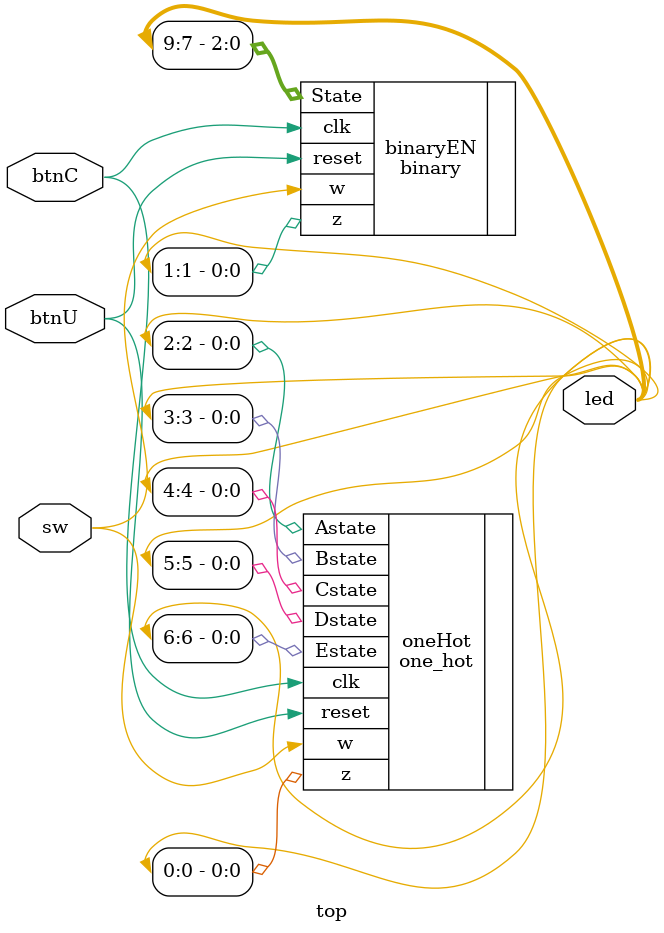
<source format=v>
module top(
    input [0:0] sw, // w
    output [9:0] led, // see IO table
    input btnC, // clk
    input btnU // reset
);

    // Hook up binary and one-hot state machines

binary binaryEN(
    .w(sw[0]),
    .clk(btnC),
    .reset(btnU),
    .z(led[1]),
    .State(led[9:7])
    );

one_hot oneHot(
    .w(sw[0]),
    .clk(btnC),
    .reset(btnU),
    .z(led[0]),
    .Astate(led[2]),
    .Bstate(led[3]),
    .Cstate(led[4]),
    .Dstate(led[5]),
    .Estate(led[6])
 );   
    
endmodule
</source>
